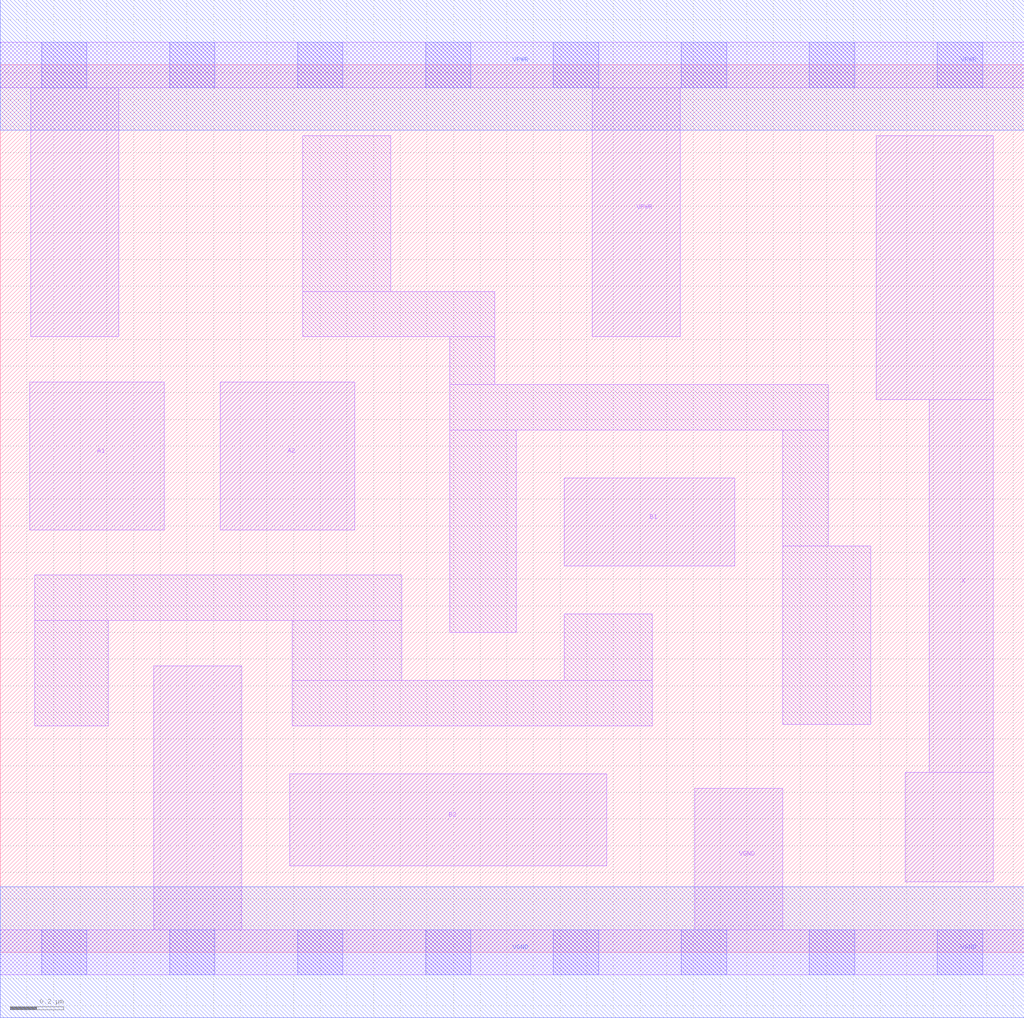
<source format=lef>
# Copyright 2020 The SkyWater PDK Authors
#
# Licensed under the Apache License, Version 2.0 (the "License");
# you may not use this file except in compliance with the License.
# You may obtain a copy of the License at
#
#     https://www.apache.org/licenses/LICENSE-2.0
#
# Unless required by applicable law or agreed to in writing, software
# distributed under the License is distributed on an "AS IS" BASIS,
# WITHOUT WARRANTIES OR CONDITIONS OF ANY KIND, either express or implied.
# See the License for the specific language governing permissions and
# limitations under the License.
#
# SPDX-License-Identifier: Apache-2.0

VERSION 5.7 ;
  NAMESCASESENSITIVE ON ;
  NOWIREEXTENSIONATPIN ON ;
  DIVIDERCHAR "/" ;
  BUSBITCHARS "[]" ;
UNITS
  DATABASE MICRONS 200 ;
END UNITS
MACRO sky130_fd_sc_lp__o22a_lp
  CLASS CORE ;
  SOURCE USER ;
  FOREIGN sky130_fd_sc_lp__o22a_lp ;
  ORIGIN  0.000000  0.000000 ;
  SIZE  3.840000 BY  3.330000 ;
  SYMMETRY X Y R90 ;
  SITE unit ;
  PIN A1
    ANTENNAGATEAREA  0.313000 ;
    DIRECTION INPUT ;
    USE SIGNAL ;
    PORT
      LAYER li1 ;
        RECT 0.110000 1.585000 0.615000 2.140000 ;
    END
  END A1
  PIN A2
    ANTENNAGATEAREA  0.313000 ;
    DIRECTION INPUT ;
    USE SIGNAL ;
    PORT
      LAYER li1 ;
        RECT 0.825000 1.585000 1.330000 2.140000 ;
    END
  END A2
  PIN B1
    ANTENNAGATEAREA  0.313000 ;
    DIRECTION INPUT ;
    USE SIGNAL ;
    PORT
      LAYER li1 ;
        RECT 2.115000 1.450000 2.755000 1.780000 ;
    END
  END B1
  PIN B2
    ANTENNAGATEAREA  0.313000 ;
    DIRECTION INPUT ;
    USE SIGNAL ;
    PORT
      LAYER li1 ;
        RECT 1.085000 0.325000 2.275000 0.670000 ;
    END
  END B2
  PIN X
    ANTENNADIFFAREA  0.404700 ;
    DIRECTION OUTPUT ;
    USE SIGNAL ;
    PORT
      LAYER li1 ;
        RECT 3.285000 2.075000 3.725000 3.065000 ;
        RECT 3.395000 0.265000 3.725000 0.675000 ;
        RECT 3.485000 0.675000 3.725000 2.075000 ;
    END
  END X
  PIN VGND
    DIRECTION INOUT ;
    USE GROUND ;
    PORT
      LAYER li1 ;
        RECT 0.000000 -0.085000 3.840000 0.085000 ;
        RECT 0.575000  0.085000 0.905000 1.075000 ;
        RECT 2.605000  0.085000 2.935000 0.615000 ;
      LAYER mcon ;
        RECT 0.155000 -0.085000 0.325000 0.085000 ;
        RECT 0.635000 -0.085000 0.805000 0.085000 ;
        RECT 1.115000 -0.085000 1.285000 0.085000 ;
        RECT 1.595000 -0.085000 1.765000 0.085000 ;
        RECT 2.075000 -0.085000 2.245000 0.085000 ;
        RECT 2.555000 -0.085000 2.725000 0.085000 ;
        RECT 3.035000 -0.085000 3.205000 0.085000 ;
        RECT 3.515000 -0.085000 3.685000 0.085000 ;
      LAYER met1 ;
        RECT 0.000000 -0.245000 3.840000 0.245000 ;
    END
  END VGND
  PIN VPWR
    DIRECTION INOUT ;
    USE POWER ;
    PORT
      LAYER li1 ;
        RECT 0.000000 3.245000 3.840000 3.415000 ;
        RECT 0.115000 2.310000 0.445000 3.245000 ;
        RECT 2.220000 2.310000 2.550000 3.245000 ;
      LAYER mcon ;
        RECT 0.155000 3.245000 0.325000 3.415000 ;
        RECT 0.635000 3.245000 0.805000 3.415000 ;
        RECT 1.115000 3.245000 1.285000 3.415000 ;
        RECT 1.595000 3.245000 1.765000 3.415000 ;
        RECT 2.075000 3.245000 2.245000 3.415000 ;
        RECT 2.555000 3.245000 2.725000 3.415000 ;
        RECT 3.035000 3.245000 3.205000 3.415000 ;
        RECT 3.515000 3.245000 3.685000 3.415000 ;
      LAYER met1 ;
        RECT 0.000000 3.085000 3.840000 3.575000 ;
    END
  END VPWR
  OBS
    LAYER li1 ;
      RECT 0.130000 0.850000 0.405000 1.245000 ;
      RECT 0.130000 1.245000 1.505000 1.415000 ;
      RECT 1.095000 0.850000 2.445000 1.020000 ;
      RECT 1.095000 1.020000 1.505000 1.245000 ;
      RECT 1.135000 2.310000 1.855000 2.480000 ;
      RECT 1.135000 2.480000 1.465000 3.065000 ;
      RECT 1.685000 1.200000 1.935000 1.960000 ;
      RECT 1.685000 1.960000 3.105000 2.130000 ;
      RECT 1.685000 2.130000 1.855000 2.310000 ;
      RECT 2.115000 1.020000 2.445000 1.270000 ;
      RECT 2.935000 0.855000 3.265000 1.525000 ;
      RECT 2.935000 1.525000 3.105000 1.960000 ;
  END
END sky130_fd_sc_lp__o22a_lp

</source>
